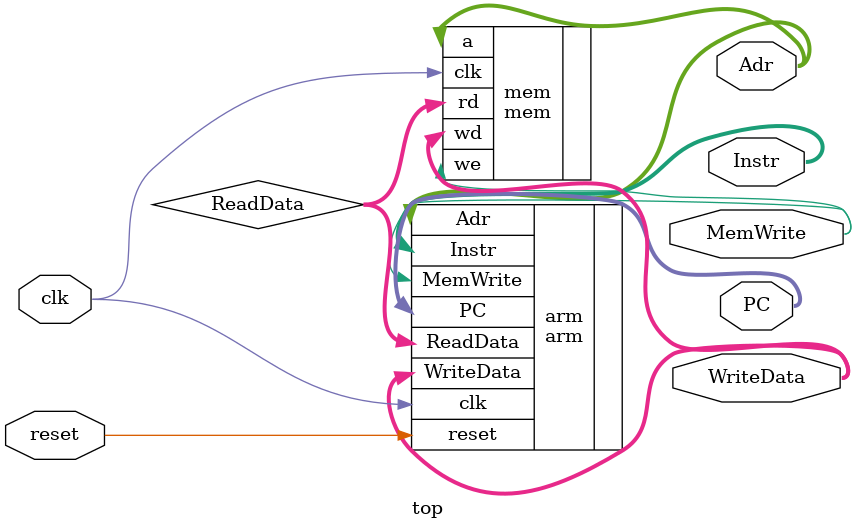
<source format=v>
module top (
    input  wire        clk,
    input  wire        reset,
    output wire [31:0] PC,
    output wire [31:0] Instr,
    output wire [31:0] WriteData,
    output wire [31:0] Adr,
    output wire        MemWrite
);
    // Señal para leer dato de memoria (compartida IMEM/DMEM)
    wire [31:0] ReadData;

    // Instancia del procesador
    arm arm (
        .clk       (clk),
        .reset     (reset),
        .PC        (PC),        // ahora sí existe en top
        .Instr     (Instr),     // ahora sí existe en top
        .MemWrite  (MemWrite),
        .Adr       (Adr),
        .WriteData (WriteData),
        .ReadData  (ReadData)
    );

    // Memoria unificada (Instrucciones ↔ Datos)
    mem mem (
        .clk (clk),
        .we  (MemWrite),
        .a   (Adr),
        .wd  (WriteData),
        .rd  (ReadData)
    );
endmodule

</source>
